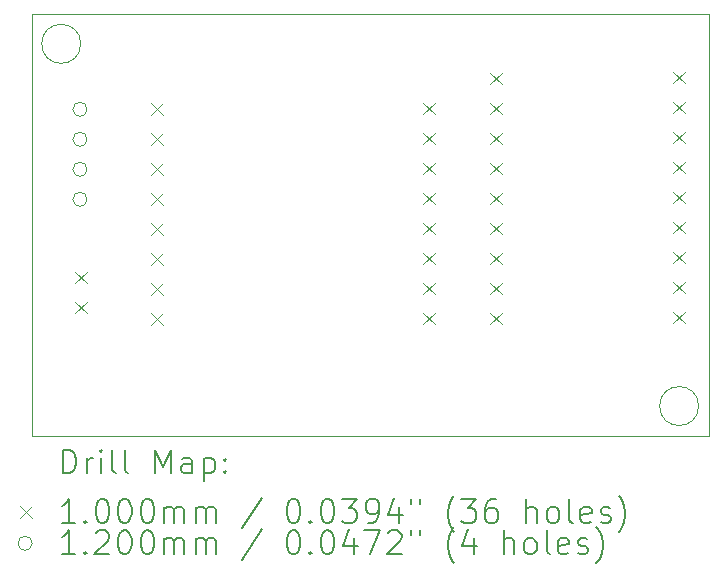
<source format=gbr>
%TF.GenerationSoftware,KiCad,Pcbnew,7.0.11-7.0.11~ubuntu22.04.1*%
%TF.CreationDate,2024-11-08T22:36:42-03:00*%
%TF.ProjectId,esp32cam_board,65737033-3263-4616-9d5f-626f6172642e,rev?*%
%TF.SameCoordinates,Original*%
%TF.FileFunction,Drillmap*%
%TF.FilePolarity,Positive*%
%FSLAX45Y45*%
G04 Gerber Fmt 4.5, Leading zero omitted, Abs format (unit mm)*
G04 Created by KiCad (PCBNEW 7.0.11-7.0.11~ubuntu22.04.1) date 2024-11-08 22:36:42*
%MOMM*%
%LPD*%
G01*
G04 APERTURE LIST*
%ADD10C,0.050000*%
%ADD11C,0.200000*%
%ADD12C,0.100000*%
%ADD13C,0.120000*%
G04 APERTURE END LIST*
D10*
X9296000Y-6807000D02*
G75*
G03*
X8966000Y-6807000I-165000J0D01*
G01*
X8966000Y-6807000D02*
G75*
G03*
X9296000Y-6807000I165000J0D01*
G01*
X8888000Y-6553000D02*
X14613000Y-6553000D01*
X14613000Y-10129000D01*
X8888000Y-10129000D01*
X8888000Y-6553000D01*
X14528000Y-9874000D02*
G75*
G03*
X14198000Y-9874000I-165000J0D01*
G01*
X14198000Y-9874000D02*
G75*
G03*
X14528000Y-9874000I165000J0D01*
G01*
D11*
D12*
X9249000Y-8735500D02*
X9349000Y-8835500D01*
X9349000Y-8735500D02*
X9249000Y-8835500D01*
X9249000Y-8989500D02*
X9349000Y-9089500D01*
X9349000Y-8989500D02*
X9249000Y-9089500D01*
X9890000Y-7307000D02*
X9990000Y-7407000D01*
X9990000Y-7307000D02*
X9890000Y-7407000D01*
X9890000Y-7561000D02*
X9990000Y-7661000D01*
X9990000Y-7561000D02*
X9890000Y-7661000D01*
X9890000Y-7815000D02*
X9990000Y-7915000D01*
X9990000Y-7815000D02*
X9890000Y-7915000D01*
X9890000Y-8069000D02*
X9990000Y-8169000D01*
X9990000Y-8069000D02*
X9890000Y-8169000D01*
X9890000Y-8323000D02*
X9990000Y-8423000D01*
X9990000Y-8323000D02*
X9890000Y-8423000D01*
X9890000Y-8577000D02*
X9990000Y-8677000D01*
X9990000Y-8577000D02*
X9890000Y-8677000D01*
X9890000Y-8831000D02*
X9990000Y-8931000D01*
X9990000Y-8831000D02*
X9890000Y-8931000D01*
X9890000Y-9085000D02*
X9990000Y-9185000D01*
X9990000Y-9085000D02*
X9890000Y-9185000D01*
X12195000Y-7305000D02*
X12295000Y-7405000D01*
X12295000Y-7305000D02*
X12195000Y-7405000D01*
X12195000Y-7559000D02*
X12295000Y-7659000D01*
X12295000Y-7559000D02*
X12195000Y-7659000D01*
X12195000Y-7813000D02*
X12295000Y-7913000D01*
X12295000Y-7813000D02*
X12195000Y-7913000D01*
X12195000Y-8067000D02*
X12295000Y-8167000D01*
X12295000Y-8067000D02*
X12195000Y-8167000D01*
X12195000Y-8321000D02*
X12295000Y-8421000D01*
X12295000Y-8321000D02*
X12195000Y-8421000D01*
X12195000Y-8575000D02*
X12295000Y-8675000D01*
X12295000Y-8575000D02*
X12195000Y-8675000D01*
X12195000Y-8829000D02*
X12295000Y-8929000D01*
X12295000Y-8829000D02*
X12195000Y-8929000D01*
X12195000Y-9083000D02*
X12295000Y-9183000D01*
X12295000Y-9083000D02*
X12195000Y-9183000D01*
X12765000Y-7050000D02*
X12865000Y-7150000D01*
X12865000Y-7050000D02*
X12765000Y-7150000D01*
X12765000Y-7304000D02*
X12865000Y-7404000D01*
X12865000Y-7304000D02*
X12765000Y-7404000D01*
X12765000Y-7558000D02*
X12865000Y-7658000D01*
X12865000Y-7558000D02*
X12765000Y-7658000D01*
X12765000Y-7812000D02*
X12865000Y-7912000D01*
X12865000Y-7812000D02*
X12765000Y-7912000D01*
X12765000Y-8066000D02*
X12865000Y-8166000D01*
X12865000Y-8066000D02*
X12765000Y-8166000D01*
X12765000Y-8320000D02*
X12865000Y-8420000D01*
X12865000Y-8320000D02*
X12765000Y-8420000D01*
X12765000Y-8574000D02*
X12865000Y-8674000D01*
X12865000Y-8574000D02*
X12765000Y-8674000D01*
X12765000Y-8828000D02*
X12865000Y-8928000D01*
X12865000Y-8828000D02*
X12765000Y-8928000D01*
X12765000Y-9082000D02*
X12865000Y-9182000D01*
X12865000Y-9082000D02*
X12765000Y-9182000D01*
X14308500Y-7043000D02*
X14408500Y-7143000D01*
X14408500Y-7043000D02*
X14308500Y-7143000D01*
X14308500Y-7297000D02*
X14408500Y-7397000D01*
X14408500Y-7297000D02*
X14308500Y-7397000D01*
X14308500Y-7551000D02*
X14408500Y-7651000D01*
X14408500Y-7551000D02*
X14308500Y-7651000D01*
X14308500Y-7805000D02*
X14408500Y-7905000D01*
X14408500Y-7805000D02*
X14308500Y-7905000D01*
X14308500Y-8059000D02*
X14408500Y-8159000D01*
X14408500Y-8059000D02*
X14308500Y-8159000D01*
X14308500Y-8313000D02*
X14408500Y-8413000D01*
X14408500Y-8313000D02*
X14308500Y-8413000D01*
X14308500Y-8567000D02*
X14408500Y-8667000D01*
X14408500Y-8567000D02*
X14308500Y-8667000D01*
X14308500Y-8821000D02*
X14408500Y-8921000D01*
X14408500Y-8821000D02*
X14308500Y-8921000D01*
X14308500Y-9075000D02*
X14408500Y-9175000D01*
X14408500Y-9075000D02*
X14308500Y-9175000D01*
D13*
X9350000Y-7362000D02*
G75*
G03*
X9230000Y-7362000I-60000J0D01*
G01*
X9230000Y-7362000D02*
G75*
G03*
X9350000Y-7362000I60000J0D01*
G01*
X9350000Y-7616000D02*
G75*
G03*
X9230000Y-7616000I-60000J0D01*
G01*
X9230000Y-7616000D02*
G75*
G03*
X9350000Y-7616000I60000J0D01*
G01*
X9350000Y-7870000D02*
G75*
G03*
X9230000Y-7870000I-60000J0D01*
G01*
X9230000Y-7870000D02*
G75*
G03*
X9350000Y-7870000I60000J0D01*
G01*
X9350000Y-8124000D02*
G75*
G03*
X9230000Y-8124000I-60000J0D01*
G01*
X9230000Y-8124000D02*
G75*
G03*
X9350000Y-8124000I60000J0D01*
G01*
D11*
X9146277Y-10442984D02*
X9146277Y-10242984D01*
X9146277Y-10242984D02*
X9193896Y-10242984D01*
X9193896Y-10242984D02*
X9222467Y-10252508D01*
X9222467Y-10252508D02*
X9241515Y-10271555D01*
X9241515Y-10271555D02*
X9251039Y-10290603D01*
X9251039Y-10290603D02*
X9260563Y-10328698D01*
X9260563Y-10328698D02*
X9260563Y-10357270D01*
X9260563Y-10357270D02*
X9251039Y-10395365D01*
X9251039Y-10395365D02*
X9241515Y-10414412D01*
X9241515Y-10414412D02*
X9222467Y-10433460D01*
X9222467Y-10433460D02*
X9193896Y-10442984D01*
X9193896Y-10442984D02*
X9146277Y-10442984D01*
X9346277Y-10442984D02*
X9346277Y-10309650D01*
X9346277Y-10347746D02*
X9355801Y-10328698D01*
X9355801Y-10328698D02*
X9365324Y-10319174D01*
X9365324Y-10319174D02*
X9384372Y-10309650D01*
X9384372Y-10309650D02*
X9403420Y-10309650D01*
X9470086Y-10442984D02*
X9470086Y-10309650D01*
X9470086Y-10242984D02*
X9460563Y-10252508D01*
X9460563Y-10252508D02*
X9470086Y-10262031D01*
X9470086Y-10262031D02*
X9479610Y-10252508D01*
X9479610Y-10252508D02*
X9470086Y-10242984D01*
X9470086Y-10242984D02*
X9470086Y-10262031D01*
X9593896Y-10442984D02*
X9574848Y-10433460D01*
X9574848Y-10433460D02*
X9565324Y-10414412D01*
X9565324Y-10414412D02*
X9565324Y-10242984D01*
X9698658Y-10442984D02*
X9679610Y-10433460D01*
X9679610Y-10433460D02*
X9670086Y-10414412D01*
X9670086Y-10414412D02*
X9670086Y-10242984D01*
X9927229Y-10442984D02*
X9927229Y-10242984D01*
X9927229Y-10242984D02*
X9993896Y-10385841D01*
X9993896Y-10385841D02*
X10060563Y-10242984D01*
X10060563Y-10242984D02*
X10060563Y-10442984D01*
X10241515Y-10442984D02*
X10241515Y-10338222D01*
X10241515Y-10338222D02*
X10231991Y-10319174D01*
X10231991Y-10319174D02*
X10212944Y-10309650D01*
X10212944Y-10309650D02*
X10174848Y-10309650D01*
X10174848Y-10309650D02*
X10155801Y-10319174D01*
X10241515Y-10433460D02*
X10222467Y-10442984D01*
X10222467Y-10442984D02*
X10174848Y-10442984D01*
X10174848Y-10442984D02*
X10155801Y-10433460D01*
X10155801Y-10433460D02*
X10146277Y-10414412D01*
X10146277Y-10414412D02*
X10146277Y-10395365D01*
X10146277Y-10395365D02*
X10155801Y-10376317D01*
X10155801Y-10376317D02*
X10174848Y-10366793D01*
X10174848Y-10366793D02*
X10222467Y-10366793D01*
X10222467Y-10366793D02*
X10241515Y-10357270D01*
X10336753Y-10309650D02*
X10336753Y-10509650D01*
X10336753Y-10319174D02*
X10355801Y-10309650D01*
X10355801Y-10309650D02*
X10393896Y-10309650D01*
X10393896Y-10309650D02*
X10412944Y-10319174D01*
X10412944Y-10319174D02*
X10422467Y-10328698D01*
X10422467Y-10328698D02*
X10431991Y-10347746D01*
X10431991Y-10347746D02*
X10431991Y-10404889D01*
X10431991Y-10404889D02*
X10422467Y-10423936D01*
X10422467Y-10423936D02*
X10412944Y-10433460D01*
X10412944Y-10433460D02*
X10393896Y-10442984D01*
X10393896Y-10442984D02*
X10355801Y-10442984D01*
X10355801Y-10442984D02*
X10336753Y-10433460D01*
X10517705Y-10423936D02*
X10527229Y-10433460D01*
X10527229Y-10433460D02*
X10517705Y-10442984D01*
X10517705Y-10442984D02*
X10508182Y-10433460D01*
X10508182Y-10433460D02*
X10517705Y-10423936D01*
X10517705Y-10423936D02*
X10517705Y-10442984D01*
X10517705Y-10319174D02*
X10527229Y-10328698D01*
X10527229Y-10328698D02*
X10517705Y-10338222D01*
X10517705Y-10338222D02*
X10508182Y-10328698D01*
X10508182Y-10328698D02*
X10517705Y-10319174D01*
X10517705Y-10319174D02*
X10517705Y-10338222D01*
D12*
X8785500Y-10721500D02*
X8885500Y-10821500D01*
X8885500Y-10721500D02*
X8785500Y-10821500D01*
D11*
X9251039Y-10862984D02*
X9136753Y-10862984D01*
X9193896Y-10862984D02*
X9193896Y-10662984D01*
X9193896Y-10662984D02*
X9174848Y-10691555D01*
X9174848Y-10691555D02*
X9155801Y-10710603D01*
X9155801Y-10710603D02*
X9136753Y-10720127D01*
X9336753Y-10843936D02*
X9346277Y-10853460D01*
X9346277Y-10853460D02*
X9336753Y-10862984D01*
X9336753Y-10862984D02*
X9327229Y-10853460D01*
X9327229Y-10853460D02*
X9336753Y-10843936D01*
X9336753Y-10843936D02*
X9336753Y-10862984D01*
X9470086Y-10662984D02*
X9489134Y-10662984D01*
X9489134Y-10662984D02*
X9508182Y-10672508D01*
X9508182Y-10672508D02*
X9517705Y-10682031D01*
X9517705Y-10682031D02*
X9527229Y-10701079D01*
X9527229Y-10701079D02*
X9536753Y-10739174D01*
X9536753Y-10739174D02*
X9536753Y-10786793D01*
X9536753Y-10786793D02*
X9527229Y-10824889D01*
X9527229Y-10824889D02*
X9517705Y-10843936D01*
X9517705Y-10843936D02*
X9508182Y-10853460D01*
X9508182Y-10853460D02*
X9489134Y-10862984D01*
X9489134Y-10862984D02*
X9470086Y-10862984D01*
X9470086Y-10862984D02*
X9451039Y-10853460D01*
X9451039Y-10853460D02*
X9441515Y-10843936D01*
X9441515Y-10843936D02*
X9431991Y-10824889D01*
X9431991Y-10824889D02*
X9422467Y-10786793D01*
X9422467Y-10786793D02*
X9422467Y-10739174D01*
X9422467Y-10739174D02*
X9431991Y-10701079D01*
X9431991Y-10701079D02*
X9441515Y-10682031D01*
X9441515Y-10682031D02*
X9451039Y-10672508D01*
X9451039Y-10672508D02*
X9470086Y-10662984D01*
X9660563Y-10662984D02*
X9679610Y-10662984D01*
X9679610Y-10662984D02*
X9698658Y-10672508D01*
X9698658Y-10672508D02*
X9708182Y-10682031D01*
X9708182Y-10682031D02*
X9717705Y-10701079D01*
X9717705Y-10701079D02*
X9727229Y-10739174D01*
X9727229Y-10739174D02*
X9727229Y-10786793D01*
X9727229Y-10786793D02*
X9717705Y-10824889D01*
X9717705Y-10824889D02*
X9708182Y-10843936D01*
X9708182Y-10843936D02*
X9698658Y-10853460D01*
X9698658Y-10853460D02*
X9679610Y-10862984D01*
X9679610Y-10862984D02*
X9660563Y-10862984D01*
X9660563Y-10862984D02*
X9641515Y-10853460D01*
X9641515Y-10853460D02*
X9631991Y-10843936D01*
X9631991Y-10843936D02*
X9622467Y-10824889D01*
X9622467Y-10824889D02*
X9612944Y-10786793D01*
X9612944Y-10786793D02*
X9612944Y-10739174D01*
X9612944Y-10739174D02*
X9622467Y-10701079D01*
X9622467Y-10701079D02*
X9631991Y-10682031D01*
X9631991Y-10682031D02*
X9641515Y-10672508D01*
X9641515Y-10672508D02*
X9660563Y-10662984D01*
X9851039Y-10662984D02*
X9870086Y-10662984D01*
X9870086Y-10662984D02*
X9889134Y-10672508D01*
X9889134Y-10672508D02*
X9898658Y-10682031D01*
X9898658Y-10682031D02*
X9908182Y-10701079D01*
X9908182Y-10701079D02*
X9917705Y-10739174D01*
X9917705Y-10739174D02*
X9917705Y-10786793D01*
X9917705Y-10786793D02*
X9908182Y-10824889D01*
X9908182Y-10824889D02*
X9898658Y-10843936D01*
X9898658Y-10843936D02*
X9889134Y-10853460D01*
X9889134Y-10853460D02*
X9870086Y-10862984D01*
X9870086Y-10862984D02*
X9851039Y-10862984D01*
X9851039Y-10862984D02*
X9831991Y-10853460D01*
X9831991Y-10853460D02*
X9822467Y-10843936D01*
X9822467Y-10843936D02*
X9812944Y-10824889D01*
X9812944Y-10824889D02*
X9803420Y-10786793D01*
X9803420Y-10786793D02*
X9803420Y-10739174D01*
X9803420Y-10739174D02*
X9812944Y-10701079D01*
X9812944Y-10701079D02*
X9822467Y-10682031D01*
X9822467Y-10682031D02*
X9831991Y-10672508D01*
X9831991Y-10672508D02*
X9851039Y-10662984D01*
X10003420Y-10862984D02*
X10003420Y-10729650D01*
X10003420Y-10748698D02*
X10012944Y-10739174D01*
X10012944Y-10739174D02*
X10031991Y-10729650D01*
X10031991Y-10729650D02*
X10060563Y-10729650D01*
X10060563Y-10729650D02*
X10079610Y-10739174D01*
X10079610Y-10739174D02*
X10089134Y-10758222D01*
X10089134Y-10758222D02*
X10089134Y-10862984D01*
X10089134Y-10758222D02*
X10098658Y-10739174D01*
X10098658Y-10739174D02*
X10117705Y-10729650D01*
X10117705Y-10729650D02*
X10146277Y-10729650D01*
X10146277Y-10729650D02*
X10165325Y-10739174D01*
X10165325Y-10739174D02*
X10174848Y-10758222D01*
X10174848Y-10758222D02*
X10174848Y-10862984D01*
X10270086Y-10862984D02*
X10270086Y-10729650D01*
X10270086Y-10748698D02*
X10279610Y-10739174D01*
X10279610Y-10739174D02*
X10298658Y-10729650D01*
X10298658Y-10729650D02*
X10327229Y-10729650D01*
X10327229Y-10729650D02*
X10346277Y-10739174D01*
X10346277Y-10739174D02*
X10355801Y-10758222D01*
X10355801Y-10758222D02*
X10355801Y-10862984D01*
X10355801Y-10758222D02*
X10365325Y-10739174D01*
X10365325Y-10739174D02*
X10384372Y-10729650D01*
X10384372Y-10729650D02*
X10412944Y-10729650D01*
X10412944Y-10729650D02*
X10431991Y-10739174D01*
X10431991Y-10739174D02*
X10441515Y-10758222D01*
X10441515Y-10758222D02*
X10441515Y-10862984D01*
X10831991Y-10653460D02*
X10660563Y-10910603D01*
X11089134Y-10662984D02*
X11108182Y-10662984D01*
X11108182Y-10662984D02*
X11127229Y-10672508D01*
X11127229Y-10672508D02*
X11136753Y-10682031D01*
X11136753Y-10682031D02*
X11146277Y-10701079D01*
X11146277Y-10701079D02*
X11155801Y-10739174D01*
X11155801Y-10739174D02*
X11155801Y-10786793D01*
X11155801Y-10786793D02*
X11146277Y-10824889D01*
X11146277Y-10824889D02*
X11136753Y-10843936D01*
X11136753Y-10843936D02*
X11127229Y-10853460D01*
X11127229Y-10853460D02*
X11108182Y-10862984D01*
X11108182Y-10862984D02*
X11089134Y-10862984D01*
X11089134Y-10862984D02*
X11070087Y-10853460D01*
X11070087Y-10853460D02*
X11060563Y-10843936D01*
X11060563Y-10843936D02*
X11051039Y-10824889D01*
X11051039Y-10824889D02*
X11041515Y-10786793D01*
X11041515Y-10786793D02*
X11041515Y-10739174D01*
X11041515Y-10739174D02*
X11051039Y-10701079D01*
X11051039Y-10701079D02*
X11060563Y-10682031D01*
X11060563Y-10682031D02*
X11070087Y-10672508D01*
X11070087Y-10672508D02*
X11089134Y-10662984D01*
X11241515Y-10843936D02*
X11251039Y-10853460D01*
X11251039Y-10853460D02*
X11241515Y-10862984D01*
X11241515Y-10862984D02*
X11231991Y-10853460D01*
X11231991Y-10853460D02*
X11241515Y-10843936D01*
X11241515Y-10843936D02*
X11241515Y-10862984D01*
X11374848Y-10662984D02*
X11393896Y-10662984D01*
X11393896Y-10662984D02*
X11412944Y-10672508D01*
X11412944Y-10672508D02*
X11422467Y-10682031D01*
X11422467Y-10682031D02*
X11431991Y-10701079D01*
X11431991Y-10701079D02*
X11441515Y-10739174D01*
X11441515Y-10739174D02*
X11441515Y-10786793D01*
X11441515Y-10786793D02*
X11431991Y-10824889D01*
X11431991Y-10824889D02*
X11422467Y-10843936D01*
X11422467Y-10843936D02*
X11412944Y-10853460D01*
X11412944Y-10853460D02*
X11393896Y-10862984D01*
X11393896Y-10862984D02*
X11374848Y-10862984D01*
X11374848Y-10862984D02*
X11355801Y-10853460D01*
X11355801Y-10853460D02*
X11346277Y-10843936D01*
X11346277Y-10843936D02*
X11336753Y-10824889D01*
X11336753Y-10824889D02*
X11327229Y-10786793D01*
X11327229Y-10786793D02*
X11327229Y-10739174D01*
X11327229Y-10739174D02*
X11336753Y-10701079D01*
X11336753Y-10701079D02*
X11346277Y-10682031D01*
X11346277Y-10682031D02*
X11355801Y-10672508D01*
X11355801Y-10672508D02*
X11374848Y-10662984D01*
X11508182Y-10662984D02*
X11631991Y-10662984D01*
X11631991Y-10662984D02*
X11565325Y-10739174D01*
X11565325Y-10739174D02*
X11593896Y-10739174D01*
X11593896Y-10739174D02*
X11612944Y-10748698D01*
X11612944Y-10748698D02*
X11622467Y-10758222D01*
X11622467Y-10758222D02*
X11631991Y-10777270D01*
X11631991Y-10777270D02*
X11631991Y-10824889D01*
X11631991Y-10824889D02*
X11622467Y-10843936D01*
X11622467Y-10843936D02*
X11612944Y-10853460D01*
X11612944Y-10853460D02*
X11593896Y-10862984D01*
X11593896Y-10862984D02*
X11536753Y-10862984D01*
X11536753Y-10862984D02*
X11517706Y-10853460D01*
X11517706Y-10853460D02*
X11508182Y-10843936D01*
X11727229Y-10862984D02*
X11765325Y-10862984D01*
X11765325Y-10862984D02*
X11784372Y-10853460D01*
X11784372Y-10853460D02*
X11793896Y-10843936D01*
X11793896Y-10843936D02*
X11812944Y-10815365D01*
X11812944Y-10815365D02*
X11822467Y-10777270D01*
X11822467Y-10777270D02*
X11822467Y-10701079D01*
X11822467Y-10701079D02*
X11812944Y-10682031D01*
X11812944Y-10682031D02*
X11803420Y-10672508D01*
X11803420Y-10672508D02*
X11784372Y-10662984D01*
X11784372Y-10662984D02*
X11746277Y-10662984D01*
X11746277Y-10662984D02*
X11727229Y-10672508D01*
X11727229Y-10672508D02*
X11717706Y-10682031D01*
X11717706Y-10682031D02*
X11708182Y-10701079D01*
X11708182Y-10701079D02*
X11708182Y-10748698D01*
X11708182Y-10748698D02*
X11717706Y-10767746D01*
X11717706Y-10767746D02*
X11727229Y-10777270D01*
X11727229Y-10777270D02*
X11746277Y-10786793D01*
X11746277Y-10786793D02*
X11784372Y-10786793D01*
X11784372Y-10786793D02*
X11803420Y-10777270D01*
X11803420Y-10777270D02*
X11812944Y-10767746D01*
X11812944Y-10767746D02*
X11822467Y-10748698D01*
X11993896Y-10729650D02*
X11993896Y-10862984D01*
X11946277Y-10653460D02*
X11898658Y-10796317D01*
X11898658Y-10796317D02*
X12022467Y-10796317D01*
X12089134Y-10662984D02*
X12089134Y-10701079D01*
X12165325Y-10662984D02*
X12165325Y-10701079D01*
X12460563Y-10939174D02*
X12451039Y-10929650D01*
X12451039Y-10929650D02*
X12431991Y-10901079D01*
X12431991Y-10901079D02*
X12422468Y-10882031D01*
X12422468Y-10882031D02*
X12412944Y-10853460D01*
X12412944Y-10853460D02*
X12403420Y-10805841D01*
X12403420Y-10805841D02*
X12403420Y-10767746D01*
X12403420Y-10767746D02*
X12412944Y-10720127D01*
X12412944Y-10720127D02*
X12422468Y-10691555D01*
X12422468Y-10691555D02*
X12431991Y-10672508D01*
X12431991Y-10672508D02*
X12451039Y-10643936D01*
X12451039Y-10643936D02*
X12460563Y-10634412D01*
X12517706Y-10662984D02*
X12641515Y-10662984D01*
X12641515Y-10662984D02*
X12574848Y-10739174D01*
X12574848Y-10739174D02*
X12603420Y-10739174D01*
X12603420Y-10739174D02*
X12622468Y-10748698D01*
X12622468Y-10748698D02*
X12631991Y-10758222D01*
X12631991Y-10758222D02*
X12641515Y-10777270D01*
X12641515Y-10777270D02*
X12641515Y-10824889D01*
X12641515Y-10824889D02*
X12631991Y-10843936D01*
X12631991Y-10843936D02*
X12622468Y-10853460D01*
X12622468Y-10853460D02*
X12603420Y-10862984D01*
X12603420Y-10862984D02*
X12546277Y-10862984D01*
X12546277Y-10862984D02*
X12527229Y-10853460D01*
X12527229Y-10853460D02*
X12517706Y-10843936D01*
X12812944Y-10662984D02*
X12774848Y-10662984D01*
X12774848Y-10662984D02*
X12755801Y-10672508D01*
X12755801Y-10672508D02*
X12746277Y-10682031D01*
X12746277Y-10682031D02*
X12727229Y-10710603D01*
X12727229Y-10710603D02*
X12717706Y-10748698D01*
X12717706Y-10748698D02*
X12717706Y-10824889D01*
X12717706Y-10824889D02*
X12727229Y-10843936D01*
X12727229Y-10843936D02*
X12736753Y-10853460D01*
X12736753Y-10853460D02*
X12755801Y-10862984D01*
X12755801Y-10862984D02*
X12793896Y-10862984D01*
X12793896Y-10862984D02*
X12812944Y-10853460D01*
X12812944Y-10853460D02*
X12822468Y-10843936D01*
X12822468Y-10843936D02*
X12831991Y-10824889D01*
X12831991Y-10824889D02*
X12831991Y-10777270D01*
X12831991Y-10777270D02*
X12822468Y-10758222D01*
X12822468Y-10758222D02*
X12812944Y-10748698D01*
X12812944Y-10748698D02*
X12793896Y-10739174D01*
X12793896Y-10739174D02*
X12755801Y-10739174D01*
X12755801Y-10739174D02*
X12736753Y-10748698D01*
X12736753Y-10748698D02*
X12727229Y-10758222D01*
X12727229Y-10758222D02*
X12717706Y-10777270D01*
X13070087Y-10862984D02*
X13070087Y-10662984D01*
X13155801Y-10862984D02*
X13155801Y-10758222D01*
X13155801Y-10758222D02*
X13146277Y-10739174D01*
X13146277Y-10739174D02*
X13127230Y-10729650D01*
X13127230Y-10729650D02*
X13098658Y-10729650D01*
X13098658Y-10729650D02*
X13079610Y-10739174D01*
X13079610Y-10739174D02*
X13070087Y-10748698D01*
X13279610Y-10862984D02*
X13260563Y-10853460D01*
X13260563Y-10853460D02*
X13251039Y-10843936D01*
X13251039Y-10843936D02*
X13241515Y-10824889D01*
X13241515Y-10824889D02*
X13241515Y-10767746D01*
X13241515Y-10767746D02*
X13251039Y-10748698D01*
X13251039Y-10748698D02*
X13260563Y-10739174D01*
X13260563Y-10739174D02*
X13279610Y-10729650D01*
X13279610Y-10729650D02*
X13308182Y-10729650D01*
X13308182Y-10729650D02*
X13327230Y-10739174D01*
X13327230Y-10739174D02*
X13336753Y-10748698D01*
X13336753Y-10748698D02*
X13346277Y-10767746D01*
X13346277Y-10767746D02*
X13346277Y-10824889D01*
X13346277Y-10824889D02*
X13336753Y-10843936D01*
X13336753Y-10843936D02*
X13327230Y-10853460D01*
X13327230Y-10853460D02*
X13308182Y-10862984D01*
X13308182Y-10862984D02*
X13279610Y-10862984D01*
X13460563Y-10862984D02*
X13441515Y-10853460D01*
X13441515Y-10853460D02*
X13431991Y-10834412D01*
X13431991Y-10834412D02*
X13431991Y-10662984D01*
X13612944Y-10853460D02*
X13593896Y-10862984D01*
X13593896Y-10862984D02*
X13555801Y-10862984D01*
X13555801Y-10862984D02*
X13536753Y-10853460D01*
X13536753Y-10853460D02*
X13527230Y-10834412D01*
X13527230Y-10834412D02*
X13527230Y-10758222D01*
X13527230Y-10758222D02*
X13536753Y-10739174D01*
X13536753Y-10739174D02*
X13555801Y-10729650D01*
X13555801Y-10729650D02*
X13593896Y-10729650D01*
X13593896Y-10729650D02*
X13612944Y-10739174D01*
X13612944Y-10739174D02*
X13622468Y-10758222D01*
X13622468Y-10758222D02*
X13622468Y-10777270D01*
X13622468Y-10777270D02*
X13527230Y-10796317D01*
X13698658Y-10853460D02*
X13717706Y-10862984D01*
X13717706Y-10862984D02*
X13755801Y-10862984D01*
X13755801Y-10862984D02*
X13774849Y-10853460D01*
X13774849Y-10853460D02*
X13784372Y-10834412D01*
X13784372Y-10834412D02*
X13784372Y-10824889D01*
X13784372Y-10824889D02*
X13774849Y-10805841D01*
X13774849Y-10805841D02*
X13755801Y-10796317D01*
X13755801Y-10796317D02*
X13727230Y-10796317D01*
X13727230Y-10796317D02*
X13708182Y-10786793D01*
X13708182Y-10786793D02*
X13698658Y-10767746D01*
X13698658Y-10767746D02*
X13698658Y-10758222D01*
X13698658Y-10758222D02*
X13708182Y-10739174D01*
X13708182Y-10739174D02*
X13727230Y-10729650D01*
X13727230Y-10729650D02*
X13755801Y-10729650D01*
X13755801Y-10729650D02*
X13774849Y-10739174D01*
X13851039Y-10939174D02*
X13860563Y-10929650D01*
X13860563Y-10929650D02*
X13879611Y-10901079D01*
X13879611Y-10901079D02*
X13889134Y-10882031D01*
X13889134Y-10882031D02*
X13898658Y-10853460D01*
X13898658Y-10853460D02*
X13908182Y-10805841D01*
X13908182Y-10805841D02*
X13908182Y-10767746D01*
X13908182Y-10767746D02*
X13898658Y-10720127D01*
X13898658Y-10720127D02*
X13889134Y-10691555D01*
X13889134Y-10691555D02*
X13879611Y-10672508D01*
X13879611Y-10672508D02*
X13860563Y-10643936D01*
X13860563Y-10643936D02*
X13851039Y-10634412D01*
D13*
X8885500Y-11035500D02*
G75*
G03*
X8765500Y-11035500I-60000J0D01*
G01*
X8765500Y-11035500D02*
G75*
G03*
X8885500Y-11035500I60000J0D01*
G01*
D11*
X9251039Y-11126984D02*
X9136753Y-11126984D01*
X9193896Y-11126984D02*
X9193896Y-10926984D01*
X9193896Y-10926984D02*
X9174848Y-10955555D01*
X9174848Y-10955555D02*
X9155801Y-10974603D01*
X9155801Y-10974603D02*
X9136753Y-10984127D01*
X9336753Y-11107936D02*
X9346277Y-11117460D01*
X9346277Y-11117460D02*
X9336753Y-11126984D01*
X9336753Y-11126984D02*
X9327229Y-11117460D01*
X9327229Y-11117460D02*
X9336753Y-11107936D01*
X9336753Y-11107936D02*
X9336753Y-11126984D01*
X9422467Y-10946031D02*
X9431991Y-10936508D01*
X9431991Y-10936508D02*
X9451039Y-10926984D01*
X9451039Y-10926984D02*
X9498658Y-10926984D01*
X9498658Y-10926984D02*
X9517705Y-10936508D01*
X9517705Y-10936508D02*
X9527229Y-10946031D01*
X9527229Y-10946031D02*
X9536753Y-10965079D01*
X9536753Y-10965079D02*
X9536753Y-10984127D01*
X9536753Y-10984127D02*
X9527229Y-11012698D01*
X9527229Y-11012698D02*
X9412944Y-11126984D01*
X9412944Y-11126984D02*
X9536753Y-11126984D01*
X9660563Y-10926984D02*
X9679610Y-10926984D01*
X9679610Y-10926984D02*
X9698658Y-10936508D01*
X9698658Y-10936508D02*
X9708182Y-10946031D01*
X9708182Y-10946031D02*
X9717705Y-10965079D01*
X9717705Y-10965079D02*
X9727229Y-11003174D01*
X9727229Y-11003174D02*
X9727229Y-11050793D01*
X9727229Y-11050793D02*
X9717705Y-11088889D01*
X9717705Y-11088889D02*
X9708182Y-11107936D01*
X9708182Y-11107936D02*
X9698658Y-11117460D01*
X9698658Y-11117460D02*
X9679610Y-11126984D01*
X9679610Y-11126984D02*
X9660563Y-11126984D01*
X9660563Y-11126984D02*
X9641515Y-11117460D01*
X9641515Y-11117460D02*
X9631991Y-11107936D01*
X9631991Y-11107936D02*
X9622467Y-11088889D01*
X9622467Y-11088889D02*
X9612944Y-11050793D01*
X9612944Y-11050793D02*
X9612944Y-11003174D01*
X9612944Y-11003174D02*
X9622467Y-10965079D01*
X9622467Y-10965079D02*
X9631991Y-10946031D01*
X9631991Y-10946031D02*
X9641515Y-10936508D01*
X9641515Y-10936508D02*
X9660563Y-10926984D01*
X9851039Y-10926984D02*
X9870086Y-10926984D01*
X9870086Y-10926984D02*
X9889134Y-10936508D01*
X9889134Y-10936508D02*
X9898658Y-10946031D01*
X9898658Y-10946031D02*
X9908182Y-10965079D01*
X9908182Y-10965079D02*
X9917705Y-11003174D01*
X9917705Y-11003174D02*
X9917705Y-11050793D01*
X9917705Y-11050793D02*
X9908182Y-11088889D01*
X9908182Y-11088889D02*
X9898658Y-11107936D01*
X9898658Y-11107936D02*
X9889134Y-11117460D01*
X9889134Y-11117460D02*
X9870086Y-11126984D01*
X9870086Y-11126984D02*
X9851039Y-11126984D01*
X9851039Y-11126984D02*
X9831991Y-11117460D01*
X9831991Y-11117460D02*
X9822467Y-11107936D01*
X9822467Y-11107936D02*
X9812944Y-11088889D01*
X9812944Y-11088889D02*
X9803420Y-11050793D01*
X9803420Y-11050793D02*
X9803420Y-11003174D01*
X9803420Y-11003174D02*
X9812944Y-10965079D01*
X9812944Y-10965079D02*
X9822467Y-10946031D01*
X9822467Y-10946031D02*
X9831991Y-10936508D01*
X9831991Y-10936508D02*
X9851039Y-10926984D01*
X10003420Y-11126984D02*
X10003420Y-10993650D01*
X10003420Y-11012698D02*
X10012944Y-11003174D01*
X10012944Y-11003174D02*
X10031991Y-10993650D01*
X10031991Y-10993650D02*
X10060563Y-10993650D01*
X10060563Y-10993650D02*
X10079610Y-11003174D01*
X10079610Y-11003174D02*
X10089134Y-11022222D01*
X10089134Y-11022222D02*
X10089134Y-11126984D01*
X10089134Y-11022222D02*
X10098658Y-11003174D01*
X10098658Y-11003174D02*
X10117705Y-10993650D01*
X10117705Y-10993650D02*
X10146277Y-10993650D01*
X10146277Y-10993650D02*
X10165325Y-11003174D01*
X10165325Y-11003174D02*
X10174848Y-11022222D01*
X10174848Y-11022222D02*
X10174848Y-11126984D01*
X10270086Y-11126984D02*
X10270086Y-10993650D01*
X10270086Y-11012698D02*
X10279610Y-11003174D01*
X10279610Y-11003174D02*
X10298658Y-10993650D01*
X10298658Y-10993650D02*
X10327229Y-10993650D01*
X10327229Y-10993650D02*
X10346277Y-11003174D01*
X10346277Y-11003174D02*
X10355801Y-11022222D01*
X10355801Y-11022222D02*
X10355801Y-11126984D01*
X10355801Y-11022222D02*
X10365325Y-11003174D01*
X10365325Y-11003174D02*
X10384372Y-10993650D01*
X10384372Y-10993650D02*
X10412944Y-10993650D01*
X10412944Y-10993650D02*
X10431991Y-11003174D01*
X10431991Y-11003174D02*
X10441515Y-11022222D01*
X10441515Y-11022222D02*
X10441515Y-11126984D01*
X10831991Y-10917460D02*
X10660563Y-11174603D01*
X11089134Y-10926984D02*
X11108182Y-10926984D01*
X11108182Y-10926984D02*
X11127229Y-10936508D01*
X11127229Y-10936508D02*
X11136753Y-10946031D01*
X11136753Y-10946031D02*
X11146277Y-10965079D01*
X11146277Y-10965079D02*
X11155801Y-11003174D01*
X11155801Y-11003174D02*
X11155801Y-11050793D01*
X11155801Y-11050793D02*
X11146277Y-11088889D01*
X11146277Y-11088889D02*
X11136753Y-11107936D01*
X11136753Y-11107936D02*
X11127229Y-11117460D01*
X11127229Y-11117460D02*
X11108182Y-11126984D01*
X11108182Y-11126984D02*
X11089134Y-11126984D01*
X11089134Y-11126984D02*
X11070087Y-11117460D01*
X11070087Y-11117460D02*
X11060563Y-11107936D01*
X11060563Y-11107936D02*
X11051039Y-11088889D01*
X11051039Y-11088889D02*
X11041515Y-11050793D01*
X11041515Y-11050793D02*
X11041515Y-11003174D01*
X11041515Y-11003174D02*
X11051039Y-10965079D01*
X11051039Y-10965079D02*
X11060563Y-10946031D01*
X11060563Y-10946031D02*
X11070087Y-10936508D01*
X11070087Y-10936508D02*
X11089134Y-10926984D01*
X11241515Y-11107936D02*
X11251039Y-11117460D01*
X11251039Y-11117460D02*
X11241515Y-11126984D01*
X11241515Y-11126984D02*
X11231991Y-11117460D01*
X11231991Y-11117460D02*
X11241515Y-11107936D01*
X11241515Y-11107936D02*
X11241515Y-11126984D01*
X11374848Y-10926984D02*
X11393896Y-10926984D01*
X11393896Y-10926984D02*
X11412944Y-10936508D01*
X11412944Y-10936508D02*
X11422467Y-10946031D01*
X11422467Y-10946031D02*
X11431991Y-10965079D01*
X11431991Y-10965079D02*
X11441515Y-11003174D01*
X11441515Y-11003174D02*
X11441515Y-11050793D01*
X11441515Y-11050793D02*
X11431991Y-11088889D01*
X11431991Y-11088889D02*
X11422467Y-11107936D01*
X11422467Y-11107936D02*
X11412944Y-11117460D01*
X11412944Y-11117460D02*
X11393896Y-11126984D01*
X11393896Y-11126984D02*
X11374848Y-11126984D01*
X11374848Y-11126984D02*
X11355801Y-11117460D01*
X11355801Y-11117460D02*
X11346277Y-11107936D01*
X11346277Y-11107936D02*
X11336753Y-11088889D01*
X11336753Y-11088889D02*
X11327229Y-11050793D01*
X11327229Y-11050793D02*
X11327229Y-11003174D01*
X11327229Y-11003174D02*
X11336753Y-10965079D01*
X11336753Y-10965079D02*
X11346277Y-10946031D01*
X11346277Y-10946031D02*
X11355801Y-10936508D01*
X11355801Y-10936508D02*
X11374848Y-10926984D01*
X11612944Y-10993650D02*
X11612944Y-11126984D01*
X11565325Y-10917460D02*
X11517706Y-11060317D01*
X11517706Y-11060317D02*
X11641515Y-11060317D01*
X11698658Y-10926984D02*
X11831991Y-10926984D01*
X11831991Y-10926984D02*
X11746277Y-11126984D01*
X11898658Y-10946031D02*
X11908182Y-10936508D01*
X11908182Y-10936508D02*
X11927229Y-10926984D01*
X11927229Y-10926984D02*
X11974848Y-10926984D01*
X11974848Y-10926984D02*
X11993896Y-10936508D01*
X11993896Y-10936508D02*
X12003420Y-10946031D01*
X12003420Y-10946031D02*
X12012944Y-10965079D01*
X12012944Y-10965079D02*
X12012944Y-10984127D01*
X12012944Y-10984127D02*
X12003420Y-11012698D01*
X12003420Y-11012698D02*
X11889134Y-11126984D01*
X11889134Y-11126984D02*
X12012944Y-11126984D01*
X12089134Y-10926984D02*
X12089134Y-10965079D01*
X12165325Y-10926984D02*
X12165325Y-10965079D01*
X12460563Y-11203174D02*
X12451039Y-11193650D01*
X12451039Y-11193650D02*
X12431991Y-11165079D01*
X12431991Y-11165079D02*
X12422468Y-11146031D01*
X12422468Y-11146031D02*
X12412944Y-11117460D01*
X12412944Y-11117460D02*
X12403420Y-11069841D01*
X12403420Y-11069841D02*
X12403420Y-11031746D01*
X12403420Y-11031746D02*
X12412944Y-10984127D01*
X12412944Y-10984127D02*
X12422468Y-10955555D01*
X12422468Y-10955555D02*
X12431991Y-10936508D01*
X12431991Y-10936508D02*
X12451039Y-10907936D01*
X12451039Y-10907936D02*
X12460563Y-10898412D01*
X12622468Y-10993650D02*
X12622468Y-11126984D01*
X12574848Y-10917460D02*
X12527229Y-11060317D01*
X12527229Y-11060317D02*
X12651039Y-11060317D01*
X12879610Y-11126984D02*
X12879610Y-10926984D01*
X12965325Y-11126984D02*
X12965325Y-11022222D01*
X12965325Y-11022222D02*
X12955801Y-11003174D01*
X12955801Y-11003174D02*
X12936753Y-10993650D01*
X12936753Y-10993650D02*
X12908182Y-10993650D01*
X12908182Y-10993650D02*
X12889134Y-11003174D01*
X12889134Y-11003174D02*
X12879610Y-11012698D01*
X13089134Y-11126984D02*
X13070087Y-11117460D01*
X13070087Y-11117460D02*
X13060563Y-11107936D01*
X13060563Y-11107936D02*
X13051039Y-11088889D01*
X13051039Y-11088889D02*
X13051039Y-11031746D01*
X13051039Y-11031746D02*
X13060563Y-11012698D01*
X13060563Y-11012698D02*
X13070087Y-11003174D01*
X13070087Y-11003174D02*
X13089134Y-10993650D01*
X13089134Y-10993650D02*
X13117706Y-10993650D01*
X13117706Y-10993650D02*
X13136753Y-11003174D01*
X13136753Y-11003174D02*
X13146277Y-11012698D01*
X13146277Y-11012698D02*
X13155801Y-11031746D01*
X13155801Y-11031746D02*
X13155801Y-11088889D01*
X13155801Y-11088889D02*
X13146277Y-11107936D01*
X13146277Y-11107936D02*
X13136753Y-11117460D01*
X13136753Y-11117460D02*
X13117706Y-11126984D01*
X13117706Y-11126984D02*
X13089134Y-11126984D01*
X13270087Y-11126984D02*
X13251039Y-11117460D01*
X13251039Y-11117460D02*
X13241515Y-11098412D01*
X13241515Y-11098412D02*
X13241515Y-10926984D01*
X13422468Y-11117460D02*
X13403420Y-11126984D01*
X13403420Y-11126984D02*
X13365325Y-11126984D01*
X13365325Y-11126984D02*
X13346277Y-11117460D01*
X13346277Y-11117460D02*
X13336753Y-11098412D01*
X13336753Y-11098412D02*
X13336753Y-11022222D01*
X13336753Y-11022222D02*
X13346277Y-11003174D01*
X13346277Y-11003174D02*
X13365325Y-10993650D01*
X13365325Y-10993650D02*
X13403420Y-10993650D01*
X13403420Y-10993650D02*
X13422468Y-11003174D01*
X13422468Y-11003174D02*
X13431991Y-11022222D01*
X13431991Y-11022222D02*
X13431991Y-11041270D01*
X13431991Y-11041270D02*
X13336753Y-11060317D01*
X13508182Y-11117460D02*
X13527230Y-11126984D01*
X13527230Y-11126984D02*
X13565325Y-11126984D01*
X13565325Y-11126984D02*
X13584372Y-11117460D01*
X13584372Y-11117460D02*
X13593896Y-11098412D01*
X13593896Y-11098412D02*
X13593896Y-11088889D01*
X13593896Y-11088889D02*
X13584372Y-11069841D01*
X13584372Y-11069841D02*
X13565325Y-11060317D01*
X13565325Y-11060317D02*
X13536753Y-11060317D01*
X13536753Y-11060317D02*
X13517706Y-11050793D01*
X13517706Y-11050793D02*
X13508182Y-11031746D01*
X13508182Y-11031746D02*
X13508182Y-11022222D01*
X13508182Y-11022222D02*
X13517706Y-11003174D01*
X13517706Y-11003174D02*
X13536753Y-10993650D01*
X13536753Y-10993650D02*
X13565325Y-10993650D01*
X13565325Y-10993650D02*
X13584372Y-11003174D01*
X13660563Y-11203174D02*
X13670087Y-11193650D01*
X13670087Y-11193650D02*
X13689134Y-11165079D01*
X13689134Y-11165079D02*
X13698658Y-11146031D01*
X13698658Y-11146031D02*
X13708182Y-11117460D01*
X13708182Y-11117460D02*
X13717706Y-11069841D01*
X13717706Y-11069841D02*
X13717706Y-11031746D01*
X13717706Y-11031746D02*
X13708182Y-10984127D01*
X13708182Y-10984127D02*
X13698658Y-10955555D01*
X13698658Y-10955555D02*
X13689134Y-10936508D01*
X13689134Y-10936508D02*
X13670087Y-10907936D01*
X13670087Y-10907936D02*
X13660563Y-10898412D01*
M02*

</source>
